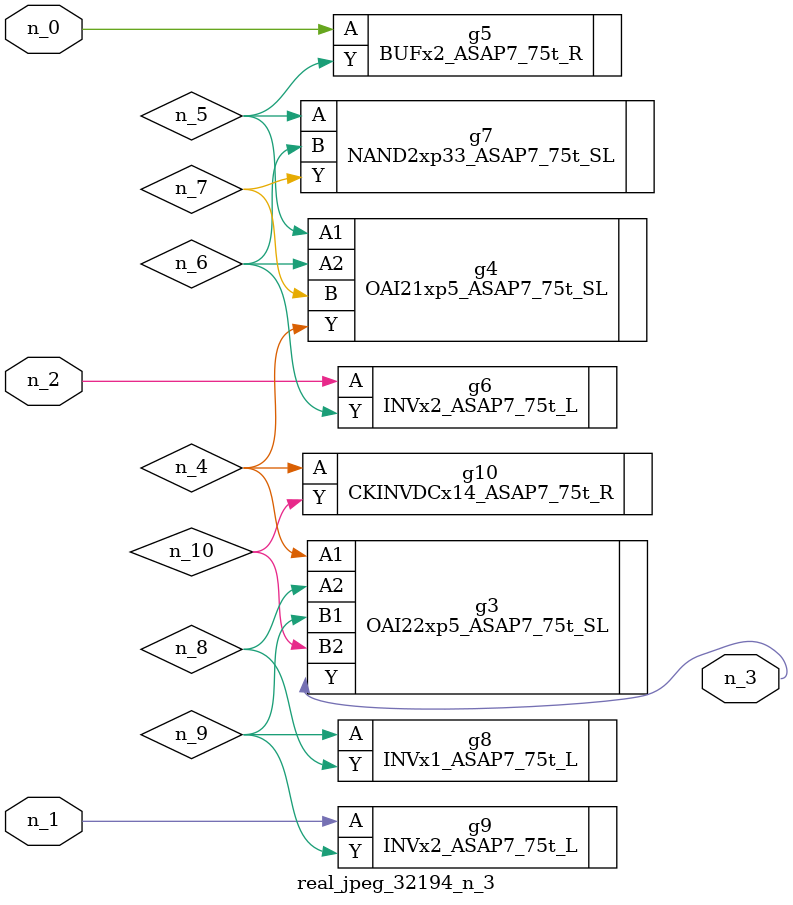
<source format=v>
module real_jpeg_32194_n_3 (n_1, n_0, n_2, n_3);

input n_1;
input n_0;
input n_2;

output n_3;

wire n_5;
wire n_8;
wire n_4;
wire n_6;
wire n_7;
wire n_10;
wire n_9;

BUFx2_ASAP7_75t_R g5 ( 
.A(n_0),
.Y(n_5)
);

INVx2_ASAP7_75t_L g9 ( 
.A(n_1),
.Y(n_9)
);

INVx2_ASAP7_75t_L g6 ( 
.A(n_2),
.Y(n_6)
);

OAI22xp5_ASAP7_75t_SL g3 ( 
.A1(n_4),
.A2(n_8),
.B1(n_9),
.B2(n_10),
.Y(n_3)
);

CKINVDCx14_ASAP7_75t_R g10 ( 
.A(n_4),
.Y(n_10)
);

OAI21xp5_ASAP7_75t_SL g4 ( 
.A1(n_5),
.A2(n_6),
.B(n_7),
.Y(n_4)
);

NAND2xp33_ASAP7_75t_SL g7 ( 
.A(n_5),
.B(n_6),
.Y(n_7)
);

INVx1_ASAP7_75t_L g8 ( 
.A(n_9),
.Y(n_8)
);


endmodule
</source>
